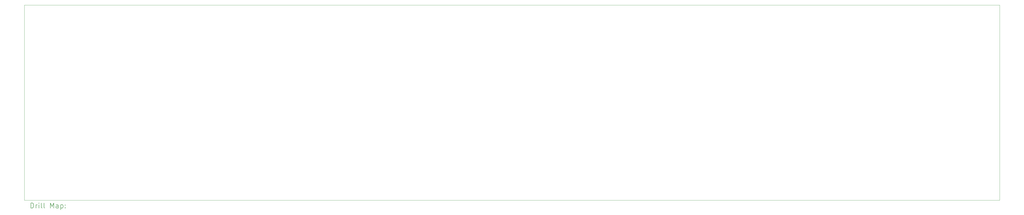
<source format=gbr>
%TF.GenerationSoftware,KiCad,Pcbnew,9.0.6*%
%TF.CreationDate,2025-12-16T13:31:08+01:00*%
%TF.ProjectId,MBO,4d424f2e-6b69-4636-9164-5f7063625858,rev?*%
%TF.SameCoordinates,Original*%
%TF.FileFunction,Drillmap*%
%TF.FilePolarity,Positive*%
%FSLAX45Y45*%
G04 Gerber Fmt 4.5, Leading zero omitted, Abs format (unit mm)*
G04 Created by KiCad (PCBNEW 9.0.6) date 2025-12-16 13:31:08*
%MOMM*%
%LPD*%
G01*
G04 APERTURE LIST*
%ADD10C,0.050000*%
%ADD11C,0.200000*%
G04 APERTURE END LIST*
D10*
X14650000Y-15450000D02*
X53650000Y-15450000D01*
X53650000Y-23270000D01*
X14650000Y-23270000D01*
X14650000Y-15450000D01*
D11*
X14908277Y-23583984D02*
X14908277Y-23383984D01*
X14908277Y-23383984D02*
X14955896Y-23383984D01*
X14955896Y-23383984D02*
X14984467Y-23393508D01*
X14984467Y-23393508D02*
X15003515Y-23412555D01*
X15003515Y-23412555D02*
X15013039Y-23431603D01*
X15013039Y-23431603D02*
X15022562Y-23469698D01*
X15022562Y-23469698D02*
X15022562Y-23498269D01*
X15022562Y-23498269D02*
X15013039Y-23536365D01*
X15013039Y-23536365D02*
X15003515Y-23555412D01*
X15003515Y-23555412D02*
X14984467Y-23574460D01*
X14984467Y-23574460D02*
X14955896Y-23583984D01*
X14955896Y-23583984D02*
X14908277Y-23583984D01*
X15108277Y-23583984D02*
X15108277Y-23450650D01*
X15108277Y-23488746D02*
X15117801Y-23469698D01*
X15117801Y-23469698D02*
X15127324Y-23460174D01*
X15127324Y-23460174D02*
X15146372Y-23450650D01*
X15146372Y-23450650D02*
X15165420Y-23450650D01*
X15232086Y-23583984D02*
X15232086Y-23450650D01*
X15232086Y-23383984D02*
X15222562Y-23393508D01*
X15222562Y-23393508D02*
X15232086Y-23403031D01*
X15232086Y-23403031D02*
X15241610Y-23393508D01*
X15241610Y-23393508D02*
X15232086Y-23383984D01*
X15232086Y-23383984D02*
X15232086Y-23403031D01*
X15355896Y-23583984D02*
X15336848Y-23574460D01*
X15336848Y-23574460D02*
X15327324Y-23555412D01*
X15327324Y-23555412D02*
X15327324Y-23383984D01*
X15460658Y-23583984D02*
X15441610Y-23574460D01*
X15441610Y-23574460D02*
X15432086Y-23555412D01*
X15432086Y-23555412D02*
X15432086Y-23383984D01*
X15689229Y-23583984D02*
X15689229Y-23383984D01*
X15689229Y-23383984D02*
X15755896Y-23526841D01*
X15755896Y-23526841D02*
X15822562Y-23383984D01*
X15822562Y-23383984D02*
X15822562Y-23583984D01*
X16003515Y-23583984D02*
X16003515Y-23479222D01*
X16003515Y-23479222D02*
X15993991Y-23460174D01*
X15993991Y-23460174D02*
X15974943Y-23450650D01*
X15974943Y-23450650D02*
X15936848Y-23450650D01*
X15936848Y-23450650D02*
X15917801Y-23460174D01*
X16003515Y-23574460D02*
X15984467Y-23583984D01*
X15984467Y-23583984D02*
X15936848Y-23583984D01*
X15936848Y-23583984D02*
X15917801Y-23574460D01*
X15917801Y-23574460D02*
X15908277Y-23555412D01*
X15908277Y-23555412D02*
X15908277Y-23536365D01*
X15908277Y-23536365D02*
X15917801Y-23517317D01*
X15917801Y-23517317D02*
X15936848Y-23507793D01*
X15936848Y-23507793D02*
X15984467Y-23507793D01*
X15984467Y-23507793D02*
X16003515Y-23498269D01*
X16098753Y-23450650D02*
X16098753Y-23650650D01*
X16098753Y-23460174D02*
X16117801Y-23450650D01*
X16117801Y-23450650D02*
X16155896Y-23450650D01*
X16155896Y-23450650D02*
X16174943Y-23460174D01*
X16174943Y-23460174D02*
X16184467Y-23469698D01*
X16184467Y-23469698D02*
X16193991Y-23488746D01*
X16193991Y-23488746D02*
X16193991Y-23545888D01*
X16193991Y-23545888D02*
X16184467Y-23564936D01*
X16184467Y-23564936D02*
X16174943Y-23574460D01*
X16174943Y-23574460D02*
X16155896Y-23583984D01*
X16155896Y-23583984D02*
X16117801Y-23583984D01*
X16117801Y-23583984D02*
X16098753Y-23574460D01*
X16279705Y-23564936D02*
X16289229Y-23574460D01*
X16289229Y-23574460D02*
X16279705Y-23583984D01*
X16279705Y-23583984D02*
X16270182Y-23574460D01*
X16270182Y-23574460D02*
X16279705Y-23564936D01*
X16279705Y-23564936D02*
X16279705Y-23583984D01*
X16279705Y-23460174D02*
X16289229Y-23469698D01*
X16289229Y-23469698D02*
X16279705Y-23479222D01*
X16279705Y-23479222D02*
X16270182Y-23469698D01*
X16270182Y-23469698D02*
X16279705Y-23460174D01*
X16279705Y-23460174D02*
X16279705Y-23479222D01*
M02*

</source>
